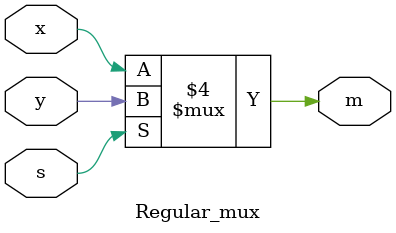
<source format=v>
`timescale 1ns / 1ps


module Regular_mux(
    input x,
    input y,
    input s,
    output reg m
    );
    
    always @ (x or y or s) 
        begin 
        if (s==0) 
            begin
                m = x;
            end
        else
            begin
                m = y; 
            end
 end
endmodule

</source>
